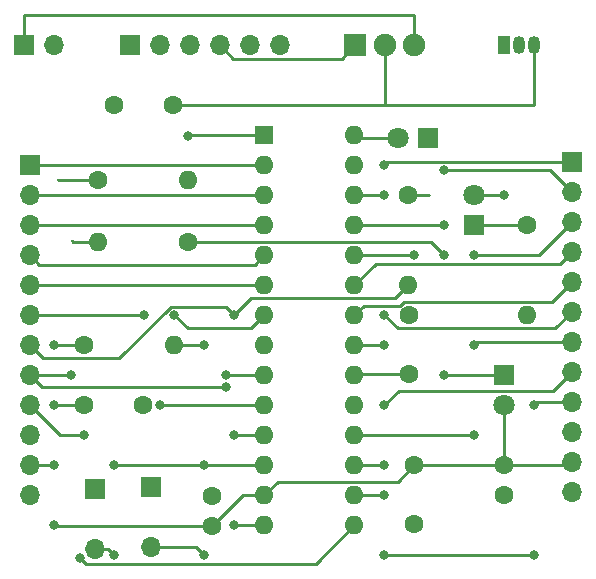
<source format=gbr>
%TF.GenerationSoftware,KiCad,Pcbnew,7.0.1-0*%
%TF.CreationDate,2023-04-18T13:23:16-05:00*%
%TF.ProjectId,ME 433 PCB,4d452034-3333-4205-9043-422e6b696361,rev?*%
%TF.SameCoordinates,Original*%
%TF.FileFunction,Copper,L1,Top*%
%TF.FilePolarity,Positive*%
%FSLAX46Y46*%
G04 Gerber Fmt 4.6, Leading zero omitted, Abs format (unit mm)*
G04 Created by KiCad (PCBNEW 7.0.1-0) date 2023-04-18 13:23:16*
%MOMM*%
%LPD*%
G01*
G04 APERTURE LIST*
%TA.AperFunction,ComponentPad*%
%ADD10C,1.600000*%
%TD*%
%TA.AperFunction,ComponentPad*%
%ADD11O,1.600000X1.600000*%
%TD*%
%TA.AperFunction,ComponentPad*%
%ADD12R,1.800000X1.800000*%
%TD*%
%TA.AperFunction,ComponentPad*%
%ADD13C,1.800000*%
%TD*%
%TA.AperFunction,ComponentPad*%
%ADD14R,1.700000X1.700000*%
%TD*%
%TA.AperFunction,ComponentPad*%
%ADD15O,1.700000X1.700000*%
%TD*%
%TA.AperFunction,ComponentPad*%
%ADD16R,1.050000X1.500000*%
%TD*%
%TA.AperFunction,ComponentPad*%
%ADD17O,1.050000X1.500000*%
%TD*%
%TA.AperFunction,ComponentPad*%
%ADD18R,1.600000X1.600000*%
%TD*%
%TA.AperFunction,ComponentPad*%
%ADD19R,1.900000X1.900000*%
%TD*%
%TA.AperFunction,ComponentPad*%
%ADD20C,1.900000*%
%TD*%
%TA.AperFunction,ViaPad*%
%ADD21C,0.800000*%
%TD*%
%TA.AperFunction,ViaPad*%
%ADD22C,0.300000*%
%TD*%
%TA.AperFunction,Conductor*%
%ADD23C,0.250000*%
%TD*%
G04 APERTURE END LIST*
D10*
%TO.P,R1,1*%
%TO.N,+3.3V*%
X107882239Y-115591474D03*
D11*
%TO.P,R1,2*%
%TO.N,/MCLR*%
X115502239Y-115591474D03*
%TD*%
D10*
%TO.P,R3,1*%
%TO.N,+3.3V*%
X106680000Y-129540000D03*
D11*
%TO.P,R3,2*%
%TO.N,/USER*%
X114300000Y-129540000D03*
%TD*%
D12*
%TO.P,D3,1,K*%
%TO.N,Net-(D3-K)*%
X142240000Y-132080000D03*
D13*
%TO.P,D3,2,A*%
%TO.N,+3.3V*%
X142240000Y-134620000D03*
%TD*%
D10*
%TO.P,C4,1*%
%TO.N,+3.3V*%
X117520667Y-144820116D03*
%TO.P,C4,2*%
%TO.N,GND*%
X117520667Y-142320116D03*
%TD*%
%TO.P,R4,1*%
%TO.N,Net-(D1-K)*%
X134081755Y-116840000D03*
D11*
%TO.P,R4,2*%
%TO.N,/GREEN*%
X134081755Y-124460000D03*
%TD*%
D14*
%TO.P,J3,1,Pin_1*%
%TO.N,/A0*%
X102067880Y-114288943D03*
D15*
%TO.P,J3,2,Pin_2*%
%TO.N,/A1*%
X102067880Y-116828943D03*
%TO.P,J3,3,Pin_3*%
%TO.N,/B0*%
X102067880Y-119368943D03*
%TO.P,J3,4,Pin_4*%
%TO.N,/B1*%
X102067880Y-121908943D03*
%TO.P,J3,5,Pin_5*%
%TO.N,/B2*%
X102067880Y-124448943D03*
%TO.P,J3,6,Pin_6*%
%TO.N,/A3*%
X102067880Y-126988943D03*
%TO.P,J3,7,Pin_7*%
%TO.N,/GREEN*%
X102067880Y-129528943D03*
%TO.P,J3,8,Pin_8*%
%TO.N,/YELLOW*%
X102067880Y-132068943D03*
%TO.P,J3,9,Pin_9*%
%TO.N,/B6*%
X102067880Y-134608943D03*
%TO.P,J3,10,Pin_10*%
%TO.N,unconnected-(J3-Pin_10-Pad10)*%
X102067880Y-137148943D03*
%TO.P,J3,11,Pin_11*%
%TO.N,+3.3V*%
X102067880Y-139688943D03*
%TO.P,J3,12,Pin_12*%
%TO.N,GND*%
X102067880Y-142228943D03*
%TD*%
D16*
%TO.P,U2,1,VO*%
%TO.N,+3.3V*%
X142240000Y-104140000D03*
D17*
%TO.P,U2,2,GND*%
%TO.N,GND*%
X143510000Y-104140000D03*
%TO.P,U2,3,VI*%
%TO.N,/Vin*%
X144780000Y-104140000D03*
%TD*%
D10*
%TO.P,C6,1*%
%TO.N,Net-(U1-Vcap)*%
X134185814Y-132000000D03*
%TO.P,C6,2*%
%TO.N,GND*%
X134185814Y-127000000D03*
%TD*%
%TO.P,C3,1*%
%TO.N,+3.3V*%
X106680000Y-134620000D03*
%TO.P,C3,2*%
%TO.N,GND*%
X111680000Y-134620000D03*
%TD*%
D14*
%TO.P,S3,1*%
%TO.N,GND*%
X107581274Y-141722258D03*
D15*
%TO.P,S3,2*%
%TO.N,/USER*%
X107581274Y-146802258D03*
%TD*%
D14*
%TO.P,S2,1*%
%TO.N,GND*%
X112364140Y-141572794D03*
D15*
%TO.P,S2,2*%
%TO.N,/MCLR*%
X112364140Y-146652794D03*
%TD*%
D18*
%TO.P,U1,1,~{MCLR}*%
%TO.N,/MCLR*%
X121920000Y-111760000D03*
D11*
%TO.P,U1,2,A0*%
%TO.N,/A0*%
X121920000Y-114300000D03*
%TO.P,U1,3,A1*%
%TO.N,/A1*%
X121920000Y-116840000D03*
%TO.P,U1,4,B0*%
%TO.N,/B0*%
X121920000Y-119380000D03*
%TO.P,U1,5,B1*%
%TO.N,/B1*%
X121920000Y-121920000D03*
%TO.P,U1,6,B2*%
%TO.N,/B2*%
X121920000Y-124460000D03*
%TO.P,U1,7,B3*%
%TO.N,/U1TX*%
X121920000Y-127000000D03*
%TO.P,U1,8,Vss*%
%TO.N,GND*%
X121920000Y-129540000D03*
%TO.P,U1,9,A2*%
%TO.N,/U1RX*%
X121920000Y-132080000D03*
%TO.P,U1,10,A3*%
%TO.N,/A3*%
X121920000Y-134620000D03*
%TO.P,U1,11,B4*%
%TO.N,/GREEN*%
X121920000Y-137160000D03*
%TO.P,U1,12,A4*%
%TO.N,/USER*%
X121920000Y-139700000D03*
%TO.P,U1,13,Vdd*%
%TO.N,+3.3V*%
X121920000Y-142240000D03*
%TO.P,U1,14,B5*%
%TO.N,/YELLOW*%
X121920000Y-144780000D03*
%TO.P,U1,15,B6*%
%TO.N,/B6*%
X129540000Y-144780000D03*
%TO.P,U1,16,B7*%
%TO.N,/B7*%
X129540000Y-142240000D03*
%TO.P,U1,17,B8*%
%TO.N,/B8*%
X129540000Y-139700000D03*
%TO.P,U1,18,B9*%
%TO.N,/B9*%
X129540000Y-137160000D03*
%TO.P,U1,19,Vss*%
%TO.N,unconnected-(U1-Vss-Pad19)*%
X129540000Y-134620000D03*
%TO.P,U1,20,Vcap*%
%TO.N,Net-(U1-Vcap)*%
X129540000Y-132080000D03*
%TO.P,U1,21,B10*%
%TO.N,/B10*%
X129540000Y-129540000D03*
%TO.P,U1,22,B11*%
%TO.N,/B11*%
X129540000Y-127000000D03*
%TO.P,U1,23,B12*%
%TO.N,/B12*%
X129540000Y-124460000D03*
%TO.P,U1,24,B13*%
%TO.N,/B13*%
X129540000Y-121920000D03*
%TO.P,U1,25,B14*%
%TO.N,/B14*%
X129540000Y-119380000D03*
%TO.P,U1,26,B15*%
%TO.N,/B15*%
X129540000Y-116840000D03*
%TO.P,U1,27,AVss*%
%TO.N,GND*%
X129540000Y-114300000D03*
%TO.P,U1,28,AVdd*%
%TO.N,+3.3V*%
X129540000Y-111760000D03*
%TD*%
D10*
%TO.P,R2,1*%
%TO.N,Net-(D2-K)*%
X144167113Y-119380000D03*
D11*
%TO.P,R2,2*%
%TO.N,GND*%
X144167113Y-127000000D03*
%TD*%
D10*
%TO.P,R5,1*%
%TO.N,Net-(D3-K)*%
X115493968Y-120809705D03*
D11*
%TO.P,R5,2*%
%TO.N,/YELLOW*%
X107873968Y-120809705D03*
%TD*%
D14*
%TO.P,J1,1,Pin_1*%
%TO.N,Net-(J1-Pin_1)*%
X101600000Y-104140000D03*
D15*
%TO.P,J1,2,Pin_2*%
%TO.N,GND*%
X104140000Y-104140000D03*
%TD*%
D10*
%TO.P,C1,1*%
%TO.N,/Vin*%
X114220000Y-109220000D03*
%TO.P,C1,2*%
%TO.N,GND*%
X109220000Y-109220000D03*
%TD*%
D12*
%TO.P,D2,1,K*%
%TO.N,Net-(D2-K)*%
X139700000Y-119380000D03*
D13*
%TO.P,D2,2,A*%
%TO.N,+3.3V*%
X139700000Y-116840000D03*
%TD*%
D14*
%TO.P,J2,1,Pin_1*%
%TO.N,unconnected-(J2-Pin_1-Pad1)*%
X110515000Y-104115000D03*
D15*
%TO.P,J2,2,Pin_2*%
%TO.N,/U1TX*%
X113055000Y-104115000D03*
%TO.P,J2,3,Pin_3*%
%TO.N,/U1RX*%
X115595000Y-104115000D03*
%TO.P,J2,4,Pin_4*%
%TO.N,+5V*%
X118135000Y-104115000D03*
%TO.P,J2,5,Pin_5*%
%TO.N,unconnected-(J2-Pin_5-Pad5)*%
X120675000Y-104115000D03*
%TO.P,J2,6,Pin_6*%
%TO.N,GND*%
X123215000Y-104115000D03*
%TD*%
D19*
%TO.P,S1,1*%
%TO.N,+5V*%
X129620000Y-104140000D03*
D20*
%TO.P,S1,2*%
%TO.N,/Vin*%
X132120000Y-104140000D03*
%TO.P,S1,3*%
%TO.N,Net-(J1-Pin_1)*%
X134620000Y-104140000D03*
%TD*%
D14*
%TO.P,J4,1,Pin_1*%
%TO.N,/B15*%
X147968821Y-114024231D03*
D15*
%TO.P,J4,2,Pin_2*%
%TO.N,/B14*%
X147968821Y-116564231D03*
%TO.P,J4,3,Pin_3*%
%TO.N,/B13*%
X147968821Y-119104231D03*
%TO.P,J4,4,Pin_4*%
%TO.N,/B12*%
X147968821Y-121644231D03*
%TO.P,J4,5,Pin_5*%
%TO.N,/B11*%
X147968821Y-124184231D03*
%TO.P,J4,6,Pin_6*%
%TO.N,/B10*%
X147968821Y-126724231D03*
%TO.P,J4,7,Pin_7*%
%TO.N,/B9*%
X147968821Y-129264231D03*
%TO.P,J4,8,Pin_8*%
%TO.N,/B8*%
X147968821Y-131804231D03*
%TO.P,J4,9,Pin_9*%
%TO.N,/B7*%
X147968821Y-134344231D03*
%TO.P,J4,10,Pin_10*%
%TO.N,unconnected-(J4-Pin_10-Pad10)*%
X147968821Y-136884231D03*
%TO.P,J4,11,Pin_11*%
%TO.N,+3.3V*%
X147968821Y-139424231D03*
%TO.P,J4,12,Pin_12*%
%TO.N,GND*%
X147968821Y-141964231D03*
%TD*%
D10*
%TO.P,C5,1*%
%TO.N,+3.3V*%
X142240000Y-139700000D03*
%TO.P,C5,2*%
%TO.N,GND*%
X142240000Y-142200000D03*
%TD*%
D12*
%TO.P,D1,1,K*%
%TO.N,Net-(D1-K)*%
X135806028Y-112020276D03*
D13*
%TO.P,D1,2,A*%
%TO.N,+3.3V*%
X133266028Y-112020276D03*
%TD*%
D10*
%TO.P,C2,1*%
%TO.N,+3.3V*%
X134620000Y-139700000D03*
%TO.P,C2,2*%
%TO.N,GND*%
X134620000Y-144700000D03*
%TD*%
D21*
%TO.N,/B13*%
X139700000Y-121920000D03*
X134620000Y-121920000D03*
%TO.N,/B10*%
X132080000Y-127000000D03*
X132080000Y-129540000D03*
%TO.N,/B9*%
X139700000Y-137160000D03*
X139700000Y-129540000D03*
%TO.N,/B8*%
X132080000Y-134620000D03*
X132080000Y-139700000D03*
%TO.N,/B7*%
X132080000Y-147320000D03*
X144780000Y-134620000D03*
X132080000Y-142240000D03*
X144780000Y-147320000D03*
%TO.N,/YELLOW*%
X119380000Y-144780000D03*
X118655500Y-133079503D03*
X105557678Y-132092474D03*
X105555000Y-132089796D03*
%TO.N,/B6*%
X106324396Y-147524279D03*
X106680000Y-137160000D03*
%TO.N,+3.3V*%
X104140000Y-144780000D03*
X104140000Y-139700000D03*
X104140000Y-139700000D03*
X104140000Y-139700000D03*
X104140000Y-139700000D03*
%TO.N,/MCLR*%
X115504107Y-111842938D03*
%TO.N,/U1RX*%
X118655500Y-132080000D03*
%TO.N,/U1TX*%
X114300000Y-127000000D03*
%TO.N,/B14*%
X137160000Y-119380000D03*
X137160000Y-114748731D03*
%TO.N,/B15*%
X132080000Y-116840000D03*
X132080000Y-114300000D03*
D22*
%TO.N,Net-(D1-K)*%
X135862086Y-116820418D03*
D21*
%TO.N,/A3*%
X113079503Y-134620000D03*
X111760000Y-127000000D03*
D22*
%TO.N,/YELLOW*%
X105557678Y-132092474D03*
X105637131Y-120730700D03*
%TO.N,+3.3V*%
X104445336Y-115566257D03*
D21*
%TO.N,Net-(D3-K)*%
X137160000Y-121920000D03*
X137160000Y-132080000D03*
%TO.N,+3.3V*%
X142240000Y-116840000D03*
%TO.N,/MCLR*%
X116840000Y-147320000D03*
%TO.N,+3.3V*%
X104140000Y-129540000D03*
%TO.N,/GREEN*%
X119380000Y-127000000D03*
X119380000Y-137160000D03*
%TO.N,/USER*%
X109220000Y-147320000D03*
X109220000Y-139700000D03*
X116840000Y-139700000D03*
X116840000Y-129540000D03*
%TO.N,+3.3V*%
X104140000Y-134620000D03*
X104140000Y-139700000D03*
%TD*%
D23*
%TO.N,/B13*%
X129540000Y-121920000D02*
X134620000Y-121920000D01*
X139700000Y-121920000D02*
X145153052Y-121920000D01*
X145153052Y-121920000D02*
X147968821Y-119104231D01*
%TO.N,/B12*%
X147968821Y-121644231D02*
X146968052Y-122645000D01*
X146968052Y-122645000D02*
X131355000Y-122645000D01*
X131355000Y-122645000D02*
X129540000Y-124460000D01*
%TO.N,/B11*%
X129540000Y-127000000D02*
X130339999Y-126200001D01*
X130339999Y-126200001D02*
X133394822Y-126200001D01*
X133394822Y-126200001D02*
X133719823Y-125875000D01*
X133719823Y-125875000D02*
X146278052Y-125875000D01*
X146278052Y-125875000D02*
X147968821Y-124184231D01*
%TO.N,/B10*%
X133205000Y-128125000D02*
X146568052Y-128125000D01*
X129540000Y-129540000D02*
X132080000Y-129540000D01*
X132080000Y-127000000D02*
X133205000Y-128125000D01*
X146568052Y-128125000D02*
X147968821Y-126724231D01*
%TO.N,/B9*%
X129540000Y-137160000D02*
X139700000Y-137160000D01*
X139975769Y-129264231D02*
X147968821Y-129264231D01*
X139700000Y-129540000D02*
X139975769Y-129264231D01*
%TO.N,/B8*%
X129540000Y-139700000D02*
X132080000Y-139700000D01*
X133305000Y-133395000D02*
X146378052Y-133395000D01*
X132080000Y-134620000D02*
X133305000Y-133395000D01*
X146378052Y-133395000D02*
X147968821Y-131804231D01*
%TO.N,/GREEN*%
X102067880Y-129528943D02*
X103203937Y-130665000D01*
X103203937Y-130665000D02*
X109609695Y-130665000D01*
X109609695Y-130665000D02*
X113999695Y-126275000D01*
X113999695Y-126275000D02*
X118655000Y-126275000D01*
X118655000Y-126275000D02*
X119380000Y-127000000D01*
%TO.N,/B7*%
X129540000Y-142240000D02*
X132080000Y-142240000D01*
X144780000Y-134620000D02*
X145055769Y-134344231D01*
X132080000Y-147320000D02*
X144780000Y-147320000D01*
X145055769Y-134344231D02*
X147968821Y-134344231D01*
%TO.N,+3.3V*%
X121920000Y-142240000D02*
X123045000Y-141115000D01*
X123045000Y-141115000D02*
X133205000Y-141115000D01*
X133205000Y-141115000D02*
X134620000Y-139700000D01*
X121920000Y-142240000D02*
X120100783Y-142240000D01*
X120100783Y-142240000D02*
X117520667Y-144820116D01*
%TO.N,/YELLOW*%
X102067880Y-132068943D02*
X103078440Y-133079503D01*
X103078440Y-133079503D02*
X118655500Y-133079503D01*
X119380000Y-144780000D02*
X121920000Y-144780000D01*
X102067880Y-132068943D02*
X105534147Y-132068943D01*
X105534147Y-132068943D02*
X105557678Y-132092474D01*
X105534147Y-132068943D02*
X105555000Y-132089796D01*
%TO.N,/B6*%
X106324396Y-147524279D02*
X106845117Y-148045000D01*
X102067880Y-134608943D02*
X104618937Y-137160000D01*
X126275000Y-148045000D02*
X129540000Y-144780000D01*
X104618937Y-137160000D02*
X106680000Y-137160000D01*
X106845117Y-148045000D02*
X126275000Y-148045000D01*
%TO.N,+3.3V*%
X104140000Y-144780000D02*
X104180116Y-144820116D01*
X104180116Y-144820116D02*
X117520667Y-144820116D01*
X102067880Y-139688943D02*
X104128943Y-139688943D01*
X104128943Y-139688943D02*
X104140000Y-139700000D01*
%TO.N,/MCLR*%
X115587045Y-111760000D02*
X121920000Y-111760000D01*
X115504107Y-111842938D02*
X115587045Y-111760000D01*
%TO.N,+5V*%
X129620000Y-104140000D02*
X128470000Y-105290000D01*
X128470000Y-105290000D02*
X119310000Y-105290000D01*
X119310000Y-105290000D02*
X118135000Y-104115000D01*
%TO.N,/U1RX*%
X118655500Y-132080000D02*
X121920000Y-132080000D01*
%TO.N,/U1TX*%
X115425000Y-128125000D02*
X120795000Y-128125000D01*
X120795000Y-128125000D02*
X121920000Y-127000000D01*
X114300000Y-127000000D02*
X115425000Y-128125000D01*
%TO.N,/B14*%
X137160000Y-119380000D02*
X129540000Y-119380000D01*
X147968821Y-116564231D02*
X146153321Y-114748731D01*
X146153321Y-114748731D02*
X137160000Y-114748731D01*
%TO.N,/B15*%
X147968821Y-114024231D02*
X132355769Y-114024231D01*
X132355769Y-114024231D02*
X132080000Y-114300000D01*
X132080000Y-116840000D02*
X129540000Y-116840000D01*
%TO.N,Net-(D1-K)*%
X135842504Y-116840000D02*
X135862086Y-116820418D01*
X134081755Y-116840000D02*
X135842504Y-116840000D01*
%TO.N,/A3*%
X113079503Y-134620000D02*
X121920000Y-134620000D01*
X102067880Y-126988943D02*
X111748943Y-126988943D01*
X111748943Y-126988943D02*
X111760000Y-127000000D01*
%TO.N,/YELLOW*%
X107873968Y-120809705D02*
X105716136Y-120809705D01*
X105716136Y-120809705D02*
X105637131Y-120730700D01*
%TO.N,+3.3V*%
X104470553Y-115591474D02*
X104445336Y-115566257D01*
X107882239Y-115591474D02*
X104470553Y-115591474D01*
%TO.N,Net-(D3-K)*%
X137160000Y-121920000D02*
X136035000Y-120795000D01*
X136035000Y-120795000D02*
X115508673Y-120795000D01*
X115508673Y-120795000D02*
X115493968Y-120809705D01*
X142240000Y-132080000D02*
X137160000Y-132080000D01*
%TO.N,+3.3V*%
X139700000Y-116840000D02*
X142240000Y-116840000D01*
%TO.N,/MCLR*%
X116172794Y-146652794D02*
X116840000Y-147320000D01*
X112364140Y-146652794D02*
X116172794Y-146652794D01*
%TO.N,+3.3V*%
X106680000Y-129540000D02*
X104140000Y-129540000D01*
%TO.N,/GREEN*%
X121920000Y-137160000D02*
X119380000Y-137160000D01*
X134081755Y-124460000D02*
X132956755Y-125585000D01*
X132956755Y-125585000D02*
X120795000Y-125585000D01*
X120795000Y-125585000D02*
X119380000Y-127000000D01*
%TO.N,Net-(D2-K)*%
X139700000Y-119380000D02*
X144167113Y-119380000D01*
%TO.N,/USER*%
X109220000Y-139700000D02*
X116840000Y-139700000D01*
X107581274Y-146802258D02*
X108702258Y-146802258D01*
X108702258Y-146802258D02*
X109220000Y-147320000D01*
X114300000Y-129540000D02*
X116840000Y-129540000D01*
X116840000Y-139700000D02*
X121920000Y-139700000D01*
%TO.N,+3.3V*%
X106680000Y-134620000D02*
X104140000Y-134620000D01*
X142240000Y-139700000D02*
X142240000Y-134620000D01*
X142240000Y-139700000D02*
X147693052Y-139700000D01*
X147693052Y-139700000D02*
X147968821Y-139424231D01*
X134620000Y-139700000D02*
X142240000Y-139700000D01*
%TO.N,Net-(U1-Vcap)*%
X134185814Y-132000000D02*
X129620000Y-132000000D01*
X129620000Y-132000000D02*
X129540000Y-132080000D01*
%TO.N,+3.3V*%
X133266028Y-112020276D02*
X129800276Y-112020276D01*
X129800276Y-112020276D02*
X129540000Y-111760000D01*
%TO.N,/Vin*%
X144780000Y-104140000D02*
X144780000Y-109220000D01*
X144780000Y-109220000D02*
X132160000Y-109220000D01*
X132160000Y-109220000D02*
X132120000Y-109180000D01*
X114220000Y-109220000D02*
X132080000Y-109220000D01*
X132080000Y-109220000D02*
X132120000Y-109180000D01*
X132120000Y-109180000D02*
X132120000Y-104140000D01*
%TO.N,Net-(J1-Pin_1)*%
X101600000Y-101600000D02*
X134620000Y-101600000D01*
X101600000Y-104140000D02*
X101600000Y-101600000D01*
X134620000Y-101600000D02*
X134620000Y-104140000D01*
%TO.N,/A0*%
X121920000Y-114300000D02*
X102078937Y-114300000D01*
X102078937Y-114300000D02*
X102067880Y-114288943D01*
%TO.N,/A1*%
X121920000Y-116840000D02*
X102078937Y-116840000D01*
X102078937Y-116840000D02*
X102067880Y-116828943D01*
%TO.N,/B0*%
X121920000Y-119380000D02*
X102078937Y-119380000D01*
X102078937Y-119380000D02*
X102067880Y-119368943D01*
%TO.N,/B1*%
X121120001Y-122719999D02*
X102878936Y-122719999D01*
X121920000Y-121920000D02*
X121120001Y-122719999D01*
X102878936Y-122719999D02*
X102067880Y-121908943D01*
%TO.N,/B2*%
X102078937Y-124460000D02*
X102067880Y-124448943D01*
X121920000Y-124460000D02*
X102078937Y-124460000D01*
%TD*%
M02*

</source>
